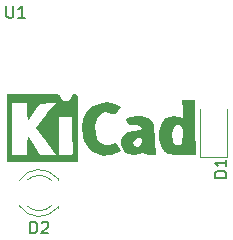
<source format=gbr>
%TF.GenerationSoftware,KiCad,Pcbnew,8.0.5*%
%TF.CreationDate,2024-09-21T22:48:15-06:00*%
%TF.ProjectId,KiCad_MiniBadge_Learning,4b694361-645f-44d6-996e-694261646765,rev?*%
%TF.SameCoordinates,Original*%
%TF.FileFunction,Legend,Top*%
%TF.FilePolarity,Positive*%
%FSLAX46Y46*%
G04 Gerber Fmt 4.6, Leading zero omitted, Abs format (unit mm)*
G04 Created by KiCad (PCBNEW 8.0.5) date 2024-09-21 22:48:15*
%MOMM*%
%LPD*%
G01*
G04 APERTURE LIST*
%ADD10C,0.150000*%
%ADD11C,0.120000*%
%ADD12C,0.000000*%
G04 APERTURE END LIST*
D10*
X140338095Y-85519819D02*
X140338095Y-86329342D01*
X140338095Y-86329342D02*
X140385714Y-86424580D01*
X140385714Y-86424580D02*
X140433333Y-86472200D01*
X140433333Y-86472200D02*
X140528571Y-86519819D01*
X140528571Y-86519819D02*
X140719047Y-86519819D01*
X140719047Y-86519819D02*
X140814285Y-86472200D01*
X140814285Y-86472200D02*
X140861904Y-86424580D01*
X140861904Y-86424580D02*
X140909523Y-86329342D01*
X140909523Y-86329342D02*
X140909523Y-85519819D01*
X141909523Y-86519819D02*
X141338095Y-86519819D01*
X141623809Y-86519819D02*
X141623809Y-85519819D01*
X141623809Y-85519819D02*
X141528571Y-85662676D01*
X141528571Y-85662676D02*
X141433333Y-85757914D01*
X141433333Y-85757914D02*
X141338095Y-85805533D01*
X142366908Y-104764818D02*
X142366908Y-103764818D01*
X142366908Y-103764818D02*
X142605003Y-103764818D01*
X142605003Y-103764818D02*
X142747860Y-103812437D01*
X142747860Y-103812437D02*
X142843098Y-103907675D01*
X142843098Y-103907675D02*
X142890717Y-104002913D01*
X142890717Y-104002913D02*
X142938336Y-104193389D01*
X142938336Y-104193389D02*
X142938336Y-104336246D01*
X142938336Y-104336246D02*
X142890717Y-104526722D01*
X142890717Y-104526722D02*
X142843098Y-104621960D01*
X142843098Y-104621960D02*
X142747860Y-104717199D01*
X142747860Y-104717199D02*
X142605003Y-104764818D01*
X142605003Y-104764818D02*
X142366908Y-104764818D01*
X143319289Y-103860056D02*
X143366908Y-103812437D01*
X143366908Y-103812437D02*
X143462146Y-103764818D01*
X143462146Y-103764818D02*
X143700241Y-103764818D01*
X143700241Y-103764818D02*
X143795479Y-103812437D01*
X143795479Y-103812437D02*
X143843098Y-103860056D01*
X143843098Y-103860056D02*
X143890717Y-103955294D01*
X143890717Y-103955294D02*
X143890717Y-104050532D01*
X143890717Y-104050532D02*
X143843098Y-104193389D01*
X143843098Y-104193389D02*
X143271670Y-104764818D01*
X143271670Y-104764818D02*
X143890717Y-104764818D01*
X158954819Y-100038094D02*
X157954819Y-100038094D01*
X157954819Y-100038094D02*
X157954819Y-99799999D01*
X157954819Y-99799999D02*
X158002438Y-99657142D01*
X158002438Y-99657142D02*
X158097676Y-99561904D01*
X158097676Y-99561904D02*
X158192914Y-99514285D01*
X158192914Y-99514285D02*
X158383390Y-99466666D01*
X158383390Y-99466666D02*
X158526247Y-99466666D01*
X158526247Y-99466666D02*
X158716723Y-99514285D01*
X158716723Y-99514285D02*
X158811961Y-99561904D01*
X158811961Y-99561904D02*
X158907200Y-99657142D01*
X158907200Y-99657142D02*
X158954819Y-99799999D01*
X158954819Y-99799999D02*
X158954819Y-100038094D01*
X158954819Y-98514285D02*
X158954819Y-99085713D01*
X158954819Y-98799999D02*
X157954819Y-98799999D01*
X157954819Y-98799999D02*
X158097676Y-98895237D01*
X158097676Y-98895237D02*
X158192914Y-98990475D01*
X158192914Y-98990475D02*
X158240533Y-99085713D01*
D11*
%TO.C,D2*%
X144665001Y-100270001D02*
X144664999Y-100114001D01*
X144665003Y-102586001D02*
X144665001Y-102430001D01*
X141432667Y-100271395D02*
G75*
G02*
X144665001Y-100114485I1672335J-1078609D01*
G01*
X142063871Y-100270164D02*
G75*
G02*
X144145962Y-100270001I1041130J-1079837D01*
G01*
X144145963Y-102430001D02*
G75*
G02*
X142063870Y-102429839I-1040962J1080000D01*
G01*
X144665001Y-102585517D02*
G75*
G02*
X141432666Y-102428609I-1560000J1235516D01*
G01*
%TO.C,D1*%
X156715000Y-94250000D02*
X156715000Y-98309999D01*
X156715000Y-98309999D02*
X158985000Y-98310000D01*
X158985000Y-98310000D02*
X158984998Y-94249999D01*
D12*
%TO.C,G\u002A\u002A\u002A*%
G36*
X149287785Y-93751537D02*
G01*
X149501029Y-93831743D01*
X150015835Y-94037728D01*
X149751538Y-94408899D01*
X149542790Y-94650797D01*
X149365526Y-94698123D01*
X149247761Y-94651904D01*
X148784109Y-94514055D01*
X148387355Y-94610527D01*
X148083809Y-94922303D01*
X147899781Y-95430371D01*
X147868712Y-95648575D01*
X147881043Y-96288507D01*
X148034279Y-96799662D01*
X148302529Y-97153244D01*
X148659897Y-97320459D01*
X149080492Y-97272511D01*
X149254817Y-97189993D01*
X149500000Y-97071528D01*
X149648662Y-97116143D01*
X149807229Y-97349993D01*
X149952637Y-97613114D01*
X150017458Y-97763956D01*
X150017677Y-97767109D01*
X149905037Y-97865561D01*
X149623447Y-97980406D01*
X149257399Y-98088130D01*
X148891383Y-98165217D01*
X148609892Y-98188151D01*
X148542424Y-98177701D01*
X148327496Y-98121900D01*
X148078368Y-98064560D01*
X147643680Y-97853055D01*
X147242969Y-97452598D01*
X146932503Y-96929832D01*
X146806193Y-96557868D01*
X146721223Y-95762077D01*
X146852353Y-95045316D01*
X147185718Y-94441941D01*
X147707457Y-93986303D01*
X147882208Y-93891426D01*
X148389328Y-93688116D01*
X148817881Y-93642961D01*
X149287785Y-93751537D01*
G37*
G36*
X155752737Y-93497241D02*
G01*
X156292343Y-93497475D01*
X156330010Y-95799163D01*
X156367677Y-98100850D01*
X155165647Y-98098232D01*
X154594590Y-98091924D01*
X154218331Y-98067080D01*
X153975154Y-98010318D01*
X153803341Y-97908257D01*
X153664350Y-97772698D01*
X153410674Y-97339167D01*
X153283957Y-96780019D01*
X153283258Y-96462007D01*
X154379293Y-96462007D01*
X154409373Y-96948174D01*
X154514753Y-97222433D01*
X154718145Y-97323993D01*
X154876741Y-97320829D01*
X155062480Y-97281372D01*
X155167782Y-97175922D01*
X155220821Y-96941982D01*
X155249772Y-96517058D01*
X155251051Y-96490552D01*
X155263431Y-96050476D01*
X155234847Y-95799768D01*
X155146762Y-95672213D01*
X155004260Y-95608922D01*
X154704213Y-95621107D01*
X154491758Y-95853501D01*
X154386888Y-96278812D01*
X154379293Y-96462007D01*
X153283258Y-96462007D01*
X153282636Y-96179091D01*
X153405152Y-95620219D01*
X153649943Y-95187241D01*
X153713684Y-95122906D01*
X154102021Y-94902383D01*
X154563874Y-94817078D01*
X154977288Y-94887233D01*
X155016979Y-94906591D01*
X155172559Y-94978694D01*
X155253327Y-94949872D01*
X155277628Y-94772095D01*
X155263809Y-94397333D01*
X155257146Y-94277844D01*
X155213131Y-93497008D01*
X155752737Y-93497241D01*
G37*
G36*
X152346790Y-94980599D02*
G01*
X152690336Y-95265875D01*
X152737522Y-95341841D01*
X152806198Y-95583768D01*
X152871272Y-96010294D01*
X152923076Y-96549525D01*
X152942195Y-96863641D01*
X153002484Y-98115657D01*
X152472201Y-98115657D01*
X152110180Y-98081166D01*
X151946791Y-97986425D01*
X151941919Y-97961718D01*
X151904055Y-97872468D01*
X151787980Y-97961718D01*
X151569908Y-98058478D01*
X151213704Y-98111945D01*
X151091735Y-98115657D01*
X150688030Y-98076282D01*
X150417811Y-97926008D01*
X150283553Y-97777650D01*
X150039617Y-97313994D01*
X150032834Y-97053574D01*
X151052651Y-97053574D01*
X151099534Y-97276679D01*
X151191671Y-97360695D01*
X151353254Y-97455801D01*
X151475460Y-97447795D01*
X151610720Y-97396377D01*
X151766915Y-97221768D01*
X151813636Y-97003007D01*
X151774357Y-96778001D01*
X151604144Y-96717663D01*
X151461955Y-96728096D01*
X151185370Y-96842831D01*
X151052651Y-97053574D01*
X150032834Y-97053574D01*
X150028301Y-96879540D01*
X150225662Y-96504689D01*
X150607756Y-96219841D01*
X151150641Y-96055394D01*
X151660165Y-96029816D01*
X151781963Y-95936516D01*
X151785202Y-95825530D01*
X151678767Y-95682241D01*
X151399920Y-95620446D01*
X151192888Y-95614142D01*
X150783186Y-95574679D01*
X150553816Y-95440857D01*
X150507725Y-95374370D01*
X150451048Y-95164219D01*
X150576431Y-95012137D01*
X150911715Y-94898369D01*
X151270202Y-94833357D01*
X151850942Y-94828640D01*
X152346790Y-94980599D01*
G37*
G36*
X144435430Y-92952725D02*
G01*
X144689343Y-92978194D01*
X144830226Y-93022675D01*
X144893946Y-93089407D01*
X144913876Y-93163667D01*
X145054549Y-93461358D01*
X145306352Y-93593212D01*
X145585979Y-93560784D01*
X145810125Y-93365632D01*
X145887660Y-93145464D01*
X145987994Y-92951001D01*
X146176297Y-92949032D01*
X146257083Y-92982038D01*
X146318268Y-93054506D01*
X146362566Y-93198387D01*
X146392690Y-93445633D01*
X146411355Y-93828194D01*
X146421275Y-94378023D01*
X146425164Y-95127071D01*
X146425757Y-95885669D01*
X146425757Y-98757071D01*
X143411111Y-98757071D01*
X140396465Y-98757071D01*
X140396465Y-98115657D01*
X140845454Y-98115657D01*
X141448677Y-98115657D01*
X142051899Y-98115657D01*
X142090091Y-97313889D01*
X142128283Y-96512122D01*
X142641414Y-97306754D01*
X143154545Y-98101387D01*
X143826279Y-98108522D01*
X144498014Y-98115657D01*
X144822222Y-98115657D01*
X145445290Y-98115657D01*
X145817709Y-98101876D01*
X145985153Y-98047952D01*
X145998330Y-97935012D01*
X145990492Y-97912741D01*
X145958620Y-97706241D01*
X145933057Y-97305689D01*
X145916838Y-96773580D01*
X145912626Y-96309205D01*
X145912626Y-94908586D01*
X145367424Y-94908586D01*
X144822222Y-94908586D01*
X144822222Y-96512122D01*
X144822222Y-98115657D01*
X144498014Y-98115657D01*
X143652107Y-96958802D01*
X143325489Y-96512122D01*
X142806201Y-95801947D01*
X143327669Y-95130772D01*
X143658945Y-94715941D01*
X143982717Y-94329152D01*
X144180517Y-94106819D01*
X144511898Y-93754041D01*
X143833222Y-93758908D01*
X143472924Y-93769128D01*
X143232526Y-93824240D01*
X143037286Y-93970503D01*
X142812465Y-94254174D01*
X142641414Y-94496534D01*
X142128283Y-95229293D01*
X142089810Y-94491667D01*
X142051338Y-93754041D01*
X141448396Y-93754041D01*
X140845454Y-93754041D01*
X140845454Y-95934849D01*
X140845454Y-98115657D01*
X140396465Y-98115657D01*
X140396465Y-95934849D01*
X140396465Y-95876427D01*
X140396465Y-92995784D01*
X142636856Y-92957993D01*
X143445053Y-92945865D01*
X144032623Y-92943029D01*
X144435430Y-92952725D01*
G37*
%TD*%
M02*

</source>
